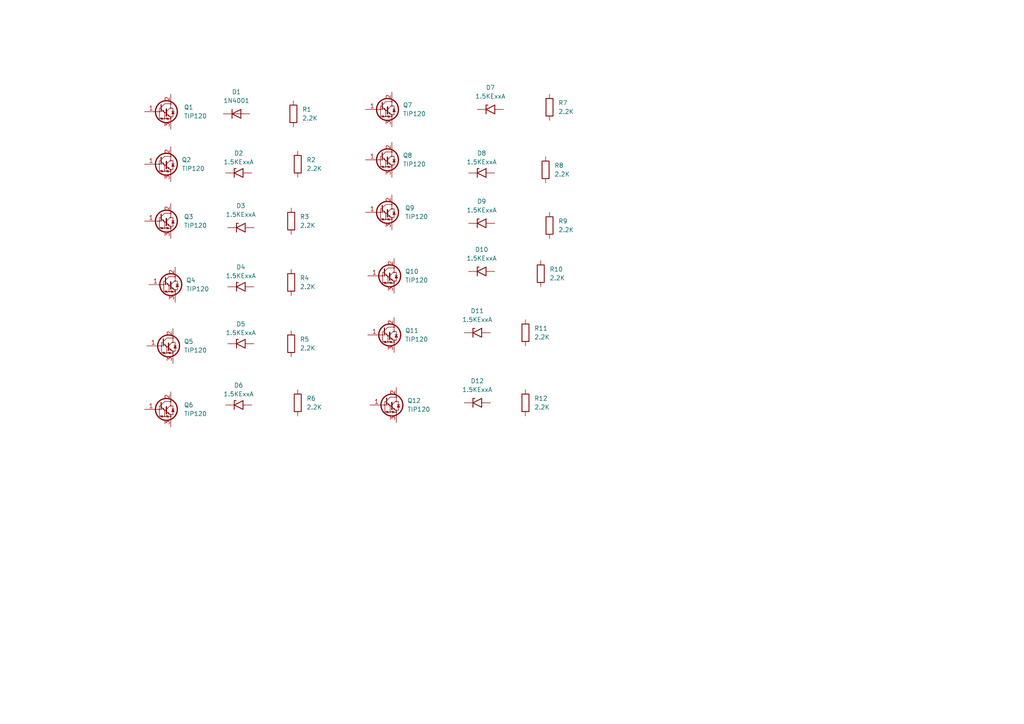
<source format=kicad_sch>
(kicad_sch (version 20230121) (generator eeschema)
  (paper "A4")
  (lib_symbols
    (symbol "Device:R" (pin_numbers hide) (pin_names (offset 0))
      (property "Reference" "R" (at 2.032 0 90))
      (property "Value" "R" (at 0 0 90))
      (symbol "R_0_1"
        (rectangle (start -1.016 -2.54) (end 1.016 2.54) (stroke (width 0.254)))
      )
      (symbol "R_1_1"
        (pin passive line (at 0 3.81 270) (length 1.27) (name "~") (number "1"))
        (pin passive line (at 0 -3.81 90) (length 1.27) (name "~") (number "2"))
      )
    )
    (symbol "Diode:1.5KExxA" (pin_numbers hide) (pin_names (offset 1.016) hide)
      (property "Reference" "D" (at 0 2.54 0))
      (property "Value" "1.5KExxA" (at 0 -2.54 0))
      (symbol "1.5KExxA_0_1"
        (polyline (pts (xy -0.762 1.27) (xy -1.27 1.27) (xy -1.27 -1.27)) (stroke (width 0.254)))
        (polyline (pts (xy 1.27 1.27) (xy 1.27 -1.27) (xy -1.27 0) (xy 1.27 1.27)) (stroke (width 0.254)))
      )
      (symbol "1.5KExxA_1_1"
        (pin passive line (at -3.81 0 0) (length 2.54) (name "A1") (number "1"))
        (pin passive line (at 3.81 0 180) (length 2.54) (name "A2") (number "2"))
      )
    )
    (symbol "Diode:1N4001" (pin_numbers hide) (pin_names hide)
      (property "Reference" "D" (at 0 2.54 0))
      (property "Value" "1N4001" (at 0 -2.54 0))
      (symbol "1N4001_0_1"
        (polyline (pts (xy -1.27 1.27) (xy -1.27 -1.27)) (stroke (width 0.254)))
        (polyline (pts (xy 1.27 0) (xy -1.27 0)))
        (polyline (pts (xy 1.27 1.27) (xy 1.27 -1.27) (xy -1.27 0) (xy 1.27 1.27)) (stroke (width 0.254)))
      )
      (symbol "1N4001_1_1"
        (pin passive line (at -3.81 0 0) (length 2.54) (name "K") (number "1"))
        (pin passive line (at 3.81 0 180) (length 2.54) (name "A") (number "2"))
      )
    )
    (symbol "Transistor_BJT:TIP120" (pin_names (offset 0) hide)
      (property "Reference" "Q" (at 5.08 1.905 0))
      (property "Value" "TIP120" (at 5.08 0 0))
      (symbol "TIP120_0_1"
        (circle (center -0.762 0) (radius 0.127))
        (polyline (pts (xy -1.27 0) (xy -0.889 0)))
        (polyline (pts (xy 2.54 -2.032) (xy 2.54 -2.54)))
        (polyline (pts (xy 2.54 -1.524) (xy 3.175 -1.524)))
        (polyline (pts (xy 2.794 0.127) (xy 3.556 0.127)))
        (polyline (pts (xy 3.175 -0.635) (xy 3.175 -1.524)))
        (polyline (pts (xy 3.175 1.016) (xy 2.54 1.016)))
        (polyline (pts (xy 3.175 1.016) (xy 3.175 0.127)))
        (polyline (pts (xy -0.254 0.762) (xy 0.762 -0.254) (xy 1.27 -0.254)))
        (polyline (pts (xy -0.254 1.016) (xy -0.762 1.016) (xy -0.762 -2.032)))
        (polyline (pts (xy -0.254 1.27) (xy 0.762 2.286) (xy 2.54 2.286)))
        (polyline (pts (xy -0.254 2.032) (xy -0.254 0) (xy -0.254 0)) (stroke (width 0.3048)))
        (polyline (pts (xy 1.27 0.762) (xy 1.27 -1.27) (xy 1.27 -1.27)) (stroke (width 0.381)))
        (polyline (pts (xy 0.635 -0.127) (xy 0.381 0.381) (xy 0.127 0.127) (xy 0.635 -0.127)))
        (polyline (pts (xy 1.27 -0.508) (xy 2.286 -1.524) (xy 2.54 -1.524) (xy 2.54 -2.032)))
        (polyline (pts (xy 1.27 0) (xy 2.286 1.016) (xy 2.54 1.016) (xy 2.54 2.286)))
        (polyline (pts (xy 2.159 -1.397) (xy 1.905 -0.889) (xy 1.651 -1.143) (xy 2.159 -1.397)))
        (polyline (pts (xy 3.175 0.127) (xy 2.794 -0.635) (xy 3.556 -0.635) (xy 3.175 0.127)) (fill (type outline)))
        (polyline (pts (xy 0.762 -2.032) (xy 0.381 -2.032) (xy 0.254 -2.286) (xy 0.127 -1.778) (xy 0 -2.286) (xy -0.127 -1.778) (xy -0.254 -2.286) (xy -0.381 -1.778) (xy -0.508 -2.032) (xy -0.762 -2.032)))
        (polyline (pts (xy 0.762 -0.254) (xy 0.762 -2.032) (xy 1.143 -2.032) (xy 1.27 -1.778) (xy 1.397 -2.286) (xy 1.524 -1.778) (xy 1.651 -2.286) (xy 1.778 -1.778) (xy 1.905 -2.286) (xy 2.032 -2.032) (xy 2.54 -2.032)))
        (circle (center 0.762 -2.032) (radius 0.127))
        (circle (center 0.762 -0.254) (radius 0.127))
        (circle (center 1.27 0) (radius 3.175) (stroke (width 0.3556)))
        (circle (center 2.54 -2.032) (radius 0.127))
        (circle (center 2.54 -1.524) (radius 0.127))
        (circle (center 2.54 1.016) (radius 0.127))
        (circle (center 2.54 2.286) (radius 0.127))
      )
      (symbol "TIP120_1_1"
        (pin input line (at -5.08 0 0) (length 3.81) (name "B") (number "1"))
        (pin passive line (at 2.54 5.08 270) (length 2.667) (name "C") (number "2"))
        (pin passive line (at 2.54 -5.08 90) (length 2.54) (name "E") (number "3"))
      )
    )
  )
  (symbol (lib_id "Transistor_BJT:TIP120") (at 48.26 82.55 0) (unit 1)
    (property "Reference" "Q4" (at 53.975 81.28 0) (effects (justify left)))
    (property "Value" "TIP120" (at 53.975 83.82 0) (effects (justify left)))
    (property "Footprint" "Package_TO_SOT_THT:TO-220-3_Vertical" (effects hide))
    (property "Datasheet" "https://www.onsemi.com/pub/Collateral/TIP120-D.PDF" (effects hide))
  )
  (symbol (lib_id "Device:R") (at 85.09 33.02 0) (unit 1)
    (property "Reference" "R1" (at 87.63 31.75 0) (effects (justify left)))
    (property "Value" "2.2K" (at 87.63 34.29 0) (effects (justify left)))
    (property "Footprint" "Resistor_THT:R_Axial_DIN0204_L3.6mm_D1.6mm_P7.62mm_Horizontal" (effects hide))
  )
  (symbol (lib_id "Transistor_BJT:TIP120") (at 111.125 46.355 0) (unit 1)
    (property "Reference" "Q8" (at 116.84 45.085 0) (effects (justify left)))
    (property "Value" "TIP120" (at 116.84 47.625 0) (effects (justify left)))
    (property "Footprint" "Package_TO_SOT_THT:TO-220-3_Vertical" (effects hide))
    (property "Datasheet" "https://www.onsemi.com/pub/Collateral/TIP120-D.PDF" (effects hide))
  )
  (symbol (lib_id "Device:R") (at 158.2403 49.262 0) (unit 1)
    (property "Reference" "R8" (at 160.7803 47.992 0) (effects (justify left)))
    (property "Value" "2.2K" (at 160.7803 50.532 0) (effects (justify left)))
    (property "Footprint" "Resistor_THT:R_Axial_DIN0204_L3.6mm_D1.6mm_P7.62mm_Horizontal" (effects hide))
  )
  (symbol (lib_id "Transistor_BJT:TIP120") (at 111.76 97.155 0) (unit 1)
    (property "Reference" "Q11" (at 117.475 95.885 0) (effects (justify left)))
    (property "Value" "TIP120" (at 117.475 98.425 0) (effects (justify left)))
    (property "Footprint" "Package_TO_SOT_THT:TO-220-3_Vertical" (effects hide))
    (property "Datasheet" "https://www.onsemi.com/pub/Collateral/TIP120-D.PDF" (effects hide))
  )
  (symbol (lib_id "Transistor_BJT:TIP120") (at 111.125 61.595 0) (unit 1)
    (property "Reference" "Q9" (at 117.475 60.325 0) (effects (justify left)))
    (property "Value" "TIP120" (at 117.475 62.865 0) (effects (justify left)))
    (property "Footprint" "Package_TO_SOT_THT:TO-220-3_Vertical" (effects hide))
    (property "Datasheet" "https://www.onsemi.com/pub/Collateral/TIP120-D.PDF" (effects hide))
  )
  (symbol (lib_id "Device:R") (at 152.4 116.84 0) (unit 1)
    (property "Reference" "R12" (at 154.94 115.57 0) (effects (justify left)))
    (property "Value" "2.2K" (at 154.94 118.11 0) (effects (justify left)))
    (property "Footprint" "Resistor_THT:R_Axial_DIN0204_L3.6mm_D1.6mm_P7.62mm_Horizontal" (effects hide))
  )
  (symbol (lib_id "Device:R") (at 86.36 116.84 0) (unit 1)
    (property "Reference" "R6" (at 88.9 115.57 0) (effects (justify left)))
    (property "Value" "2.2K" (at 88.9 118.11 0) (effects (justify left)))
    (property "Footprint" "Resistor_THT:R_Axial_DIN0204_L3.6mm_D1.6mm_P7.62mm_Horizontal" (effects hide))
  )
  (symbol (lib_id "Diode:1.5KExxA") (at 69.85 66.04 0) (unit 1)
    (property "Reference" "D3" (at 69.85 59.69 0))
    (property "Value" "1.5KExxA" (at 69.85 62.23 0))
    (property "Footprint" "Diode_THT:D_DO-201AE_P15.24mm_Horizontal" (effects hide))
    (property "Datasheet" "https://www.vishay.com/docs/88301/15ke.pdf" (effects hide))
  )
  (symbol (lib_id "Device:R") (at 159.385 31.115 0) (unit 1)
    (property "Reference" "R7" (at 161.925 29.845 0) (effects (justify left)))
    (property "Value" "2.2K" (at 161.925 32.385 0) (effects (justify left)))
    (property "Footprint" "Resistor_THT:R_Axial_DIN0204_L3.6mm_D1.6mm_P7.62mm_Horizontal" (effects hide))
  )
  (symbol (lib_id "Diode:1.5KExxA") (at 69.85 99.695 0) (unit 1)
    (property "Reference" "D5" (at 69.85 93.98 0))
    (property "Value" "1.5KExxA" (at 69.85 96.52 0))
    (property "Footprint" "Diode_THT:D_DO-201AE_P15.24mm_Horizontal" (effects hide))
    (property "Datasheet" "https://www.vishay.com/docs/88301/15ke.pdf" (effects hide))
  )
  (symbol (lib_id "Transistor_BJT:TIP120") (at 46.99 118.745 0) (unit 1)
    (property "Reference" "Q6" (at 53.34 117.475 0) (effects (justify left)))
    (property "Value" "TIP120" (at 53.34 120.015 0) (effects (justify left)))
    (property "Footprint" "Package_TO_SOT_THT:TO-220-3_Vertical" (effects hide))
    (property "Datasheet" "https://www.onsemi.com/pub/Collateral/TIP120-D.PDF" (effects hide))
  )
  (symbol (lib_id "Diode:1.5KExxA") (at 138.43 96.52 0) (unit 1)
    (property "Reference" "D11" (at 138.43 90.17 0))
    (property "Value" "1.5KExxA" (at 138.43 92.71 0))
    (property "Footprint" "Diode_THT:D_DO-201AE_P15.24mm_Horizontal" (effects hide))
    (property "Datasheet" "https://www.vishay.com/docs/88301/15ke.pdf" (effects hide))
  )
  (symbol (lib_id "Transistor_BJT:TIP120") (at 46.99 32.385 0) (unit 1)
    (property "Reference" "Q1" (at 53.34 31.115 0) (effects (justify left)))
    (property "Value" "TIP120" (at 53.34 33.655 0) (effects (justify left)))
    (property "Footprint" "Package_TO_SOT_THT:TO-220-3_Vertical" (effects hide))
    (property "Datasheet" "https://www.onsemi.com/pub/Collateral/TIP120-D.PDF" (effects hide))
  )
  (symbol (lib_id "Diode:1.5KExxA") (at 139.7 64.77 0) (unit 1)
    (property "Reference" "D9" (at 139.7 58.42 0))
    (property "Value" "1.5KExxA" (at 139.7 60.96 0))
    (property "Footprint" "Diode_THT:D_DO-201AE_P15.24mm_Horizontal" (effects hide))
    (property "Datasheet" "https://www.vishay.com/docs/88301/15ke.pdf" (effects hide))
  )
  (symbol (lib_id "Device:R") (at 84.455 64.135 0) (unit 1)
    (property "Reference" "R3" (at 86.995 62.865 0) (effects (justify left)))
    (property "Value" "2.2K" (at 86.995 65.405 0) (effects (justify left)))
    (property "Footprint" "Resistor_THT:R_Axial_DIN0204_L3.6mm_D1.6mm_P7.62mm_Horizontal" (effects hide))
  )
  (symbol (lib_id "Transistor_BJT:TIP120") (at 111.125 31.75 0) (unit 1)
    (property "Reference" "Q7" (at 116.84 30.48 0) (effects (justify left)))
    (property "Value" "TIP120" (at 116.84 33.02 0) (effects (justify left)))
    (property "Footprint" "Package_TO_SOT_THT:TO-220-3_Vertical" (effects hide))
    (property "Datasheet" "https://www.onsemi.com/pub/Collateral/TIP120-D.PDF" (effects hide))
  )
  (symbol (lib_id "Diode:1.5KExxA") (at 138.43 116.84 0) (unit 1)
    (property "Reference" "D12" (at 138.43 110.49 0))
    (property "Value" "1.5KExxA" (at 138.43 113.03 0))
    (property "Footprint" "Diode_THT:D_DO-201AE_P15.24mm_Horizontal" (effects hide))
    (property "Datasheet" "https://www.vishay.com/docs/88301/15ke.pdf" (effects hide))
  )
  (symbol (lib_id "Diode:1.5KExxA") (at 69.215 50.165 0) (unit 1)
    (property "Reference" "D2" (at 69.215 44.45 0))
    (property "Value" "1.5KExxA" (at 69.215 46.99 0))
    (property "Footprint" "Diode_THT:D_DO-201AE_P15.24mm_Horizontal" (effects hide))
    (property "Datasheet" "https://www.vishay.com/docs/88301/15ke.pdf" (effects hide))
  )
  (symbol (lib_id "Device:R") (at 86.36 47.625 0) (unit 1)
    (property "Reference" "R2" (at 88.9 46.355 0) (effects (justify left)))
    (property "Value" "2.2K" (at 88.9 48.895 0) (effects (justify left)))
    (property "Footprint" "Resistor_THT:R_Axial_DIN0204_L3.6mm_D1.6mm_P7.62mm_Horizontal" (effects hide))
  )
  (symbol (lib_id "Diode:1.5KExxA") (at 142.24 31.75 0) (unit 1)
    (property "Reference" "D7" (at 142.24 25.4 0))
    (property "Value" "1.5KExxA" (at 142.24 27.94 0))
    (property "Footprint" "Diode_THT:D_DO-201AE_P15.24mm_Horizontal" (effects hide))
    (property "Datasheet" "https://www.vishay.com/docs/88301/15ke.pdf" (effects hide))
  )
  (symbol (lib_id "Device:R") (at 156.845 79.375 0) (unit 1)
    (property "Reference" "R10" (at 159.385 78.105 0) (effects (justify left)))
    (property "Value" "2.2K" (at 159.385 80.645 0) (effects (justify left)))
    (property "Footprint" "Resistor_THT:R_Axial_DIN0204_L3.6mm_D1.6mm_P7.62mm_Horizontal" (effects hide))
  )
  (symbol (lib_id "Device:R") (at 84.455 81.915 0) (unit 1)
    (property "Reference" "R4" (at 86.995 80.645 0) (effects (justify left)))
    (property "Value" "2.2K" (at 86.995 83.185 0) (effects (justify left)))
    (property "Footprint" "Resistor_THT:R_Axial_DIN0204_L3.6mm_D1.6mm_P7.62mm_Horizontal" (effects hide))
  )
  (symbol (lib_id "Transistor_BJT:TIP120") (at 46.99 47.625 0) (unit 1)
    (property "Reference" "Q2" (at 52.705 46.355 0) (effects (justify left)))
    (property "Value" "TIP120" (at 52.705 48.895 0) (effects (justify left)))
    (property "Footprint" "Package_TO_SOT_THT:TO-220-3_Vertical" (effects hide))
    (property "Datasheet" "https://www.onsemi.com/pub/Collateral/TIP120-D.PDF" (effects hide))
  )
  (symbol (lib_id "Transistor_BJT:TIP120") (at 112.395 117.475 0) (unit 1)
    (property "Reference" "Q12" (at 118.11 116.205 0) (effects (justify left)))
    (property "Value" "TIP120" (at 118.11 118.745 0) (effects (justify left)))
    (property "Footprint" "Package_TO_SOT_THT:TO-220-3_Vertical" (effects hide))
    (property "Datasheet" "https://www.onsemi.com/pub/Collateral/TIP120-D.PDF" (effects hide))
  )
  (symbol (lib_id "Diode:1.5KExxA") (at 69.85 83.185 0) (unit 1)
    (property "Reference" "D4" (at 69.85 77.47 0))
    (property "Value" "1.5KExxA" (at 69.85 80.01 0))
    (property "Footprint" "Diode_THT:D_DO-201AE_P15.24mm_Horizontal" (effects hide))
    (property "Datasheet" "https://www.vishay.com/docs/88301/15ke.pdf" (effects hide))
  )
  (symbol (lib_id "Device:R") (at 159.385 65.405 0) (unit 1)
    (property "Reference" "R9" (at 161.925 64.135 0) (effects (justify left)))
    (property "Value" "2.2K" (at 161.925 66.675 0) (effects (justify left)))
    (property "Footprint" "Resistor_THT:R_Axial_DIN0204_L3.6mm_D1.6mm_P7.62mm_Horizontal" (effects hide))
  )
  (symbol (lib_id "Transistor_BJT:TIP120") (at 111.76 80.01 0) (unit 1)
    (property "Reference" "Q10" (at 117.475 78.74 0) (effects (justify left)))
    (property "Value" "TIP120" (at 117.475 81.28 0) (effects (justify left)))
    (property "Footprint" "Package_TO_SOT_THT:TO-220-3_Vertical" (effects hide))
    (property "Datasheet" "https://www.onsemi.com/pub/Collateral/TIP120-D.PDF" (effects hide))
  )
  (symbol (lib_id "Diode:1N4001") (at 68.58 33.02 0) (unit 1)
    (property "Reference" "D1" (at 68.58 26.67 0))
    (property "Value" "1N4001" (at 68.58 29.21 0))
    (property "Footprint" "Diode_THT:D_DO-41_SOD81_P10.16mm_Horizontal" (effects hide))
    (property "Datasheet" "http://www.vishay.com/docs/88503/1n4001.pdf" (effects hide))
    (property "Sim.Device" "D" (effects hide))
    (property "Sim.Pins" "1=K 2=A" (effects hide))
  )
  (symbol (lib_id "Device:R") (at 84.455 99.695 0) (unit 1)
    (property "Reference" "R5" (at 86.995 98.425 0) (effects (justify left)))
    (property "Value" "2.2K" (at 86.995 100.965 0) (effects (justify left)))
    (property "Footprint" "Resistor_THT:R_Axial_DIN0204_L3.6mm_D1.6mm_P7.62mm_Horizontal" (effects hide))
  )
  (symbol (lib_id "Transistor_BJT:TIP120") (at 46.99 64.135 0) (unit 1)
    (property "Reference" "Q3" (at 53.34 62.865 0) (effects (justify left)))
    (property "Value" "TIP120" (at 53.34 65.405 0) (effects (justify left)))
    (property "Footprint" "Package_TO_SOT_THT:TO-220-3_Vertical" (effects hide))
    (property "Datasheet" "https://www.onsemi.com/pub/Collateral/TIP120-D.PDF" (effects hide))
  )
  (symbol (lib_id "Transistor_BJT:TIP120") (at 47.625 100.33 0) (unit 1)
    (property "Reference" "Q5" (at 53.34 99.06 0) (effects (justify left)))
    (property "Value" "TIP120" (at 53.34 101.6 0) (effects (justify left)))
    (property "Footprint" "Package_TO_SOT_THT:TO-220-3_Vertical" (effects hide))
    (property "Datasheet" "https://www.onsemi.com/pub/Collateral/TIP120-D.PDF" (effects hide))
  )
  (symbol (lib_id "Diode:1.5KExxA") (at 69.215 117.475 0) (unit 1)
    (property "Reference" "D6" (at 69.215 111.76 0))
    (property "Value" "1.5KExxA" (at 69.215 114.3 0))
    (property "Footprint" "Diode_THT:D_DO-201AE_P15.24mm_Horizontal" (effects hide))
    (property "Datasheet" "https://www.vishay.com/docs/88301/15ke.pdf" (effects hide))
  )
  (symbol (lib_id "Diode:1.5KExxA") (at 139.7 50.165 0) (unit 1)
    (property "Reference" "D8" (at 139.7 44.45 0))
    (property "Value" "1.5KExxA" (at 139.7 46.99 0))
    (property "Footprint" "Diode_THT:D_DO-201AE_P15.24mm_Horizontal" (effects hide))
    (property "Datasheet" "https://www.vishay.com/docs/88301/15ke.pdf" (effects hide))
  )
  (symbol (lib_id "Diode:1.5KExxA") (at 139.7 78.74 0) (unit 1)
    (property "Reference" "D10" (at 139.7 72.39 0))
    (property "Value" "1.5KExxA" (at 139.7 74.93 0))
    (property "Footprint" "Diode_THT:D_DO-201AE_P15.24mm_Horizontal" (effects hide))
    (property "Datasheet" "https://www.vishay.com/docs/88301/15ke.pdf" (effects hide))
  )
  (symbol (lib_id "Device:R") (at 152.4 96.52 0) (unit 1)
    (property "Reference" "R11" (at 154.94 95.25 0) (effects (justify left)))
    (property "Value" "2.2K" (at 154.94 97.79 0) (effects (justify left)))
    (property "Footprint" "Resistor_THT:R_Axial_DIN0204_L3.6mm_D1.6mm_P7.62mm_Horizontal" (effects hide))
  )
)
</source>
